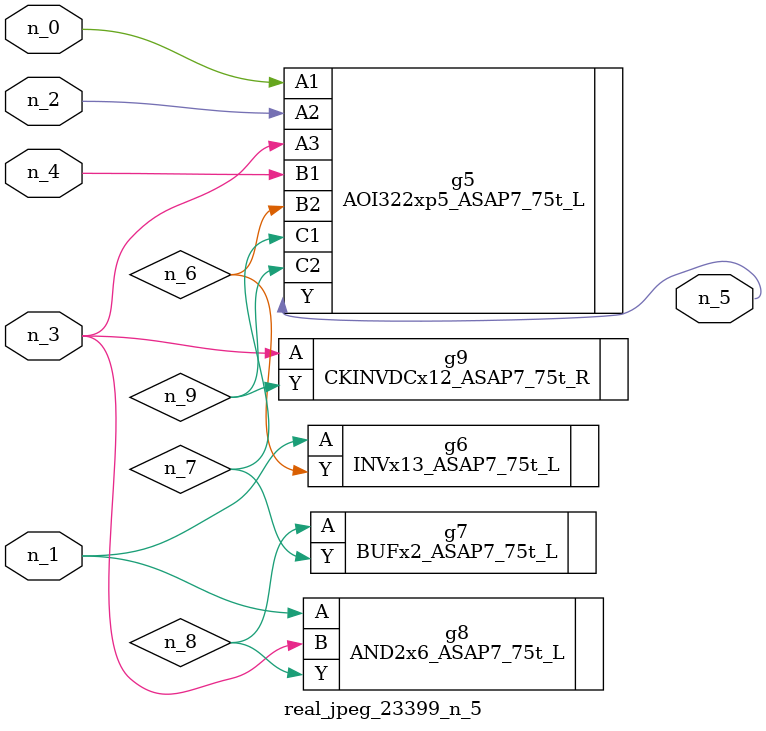
<source format=v>
module real_jpeg_23399_n_5 (n_4, n_0, n_1, n_2, n_3, n_5);

input n_4;
input n_0;
input n_1;
input n_2;
input n_3;

output n_5;

wire n_8;
wire n_6;
wire n_7;
wire n_9;

AOI322xp5_ASAP7_75t_L g5 ( 
.A1(n_0),
.A2(n_2),
.A3(n_3),
.B1(n_4),
.B2(n_6),
.C1(n_7),
.C2(n_9),
.Y(n_5)
);

INVx13_ASAP7_75t_L g6 ( 
.A(n_1),
.Y(n_6)
);

AND2x6_ASAP7_75t_L g8 ( 
.A(n_1),
.B(n_3),
.Y(n_8)
);

CKINVDCx12_ASAP7_75t_R g9 ( 
.A(n_3),
.Y(n_9)
);

BUFx2_ASAP7_75t_L g7 ( 
.A(n_8),
.Y(n_7)
);


endmodule
</source>
